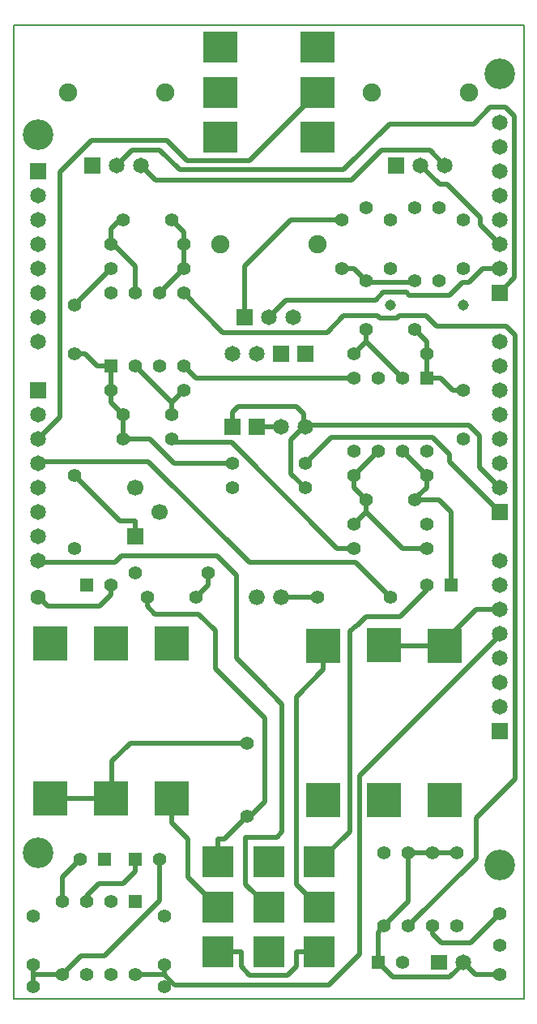
<source format=gbl>
G04 (created by PCBNEW (2013-03-10 BZR 3992)-stable) date 28/04/2014 23:58:44*
%MOIN*%
G04 Gerber Fmt 3.4, Leading zero omitted, Abs format*
%FSLAX34Y34*%
G01*
G70*
G90*
G04 APERTURE LIST*
%ADD10C,9.84252e-007*%
%ADD11C,0.00590551*%
%ADD12R,0.141732X0.129921*%
%ADD13C,0.066*%
%ADD14R,0.14X0.14*%
%ADD15R,0.0669291X0.0669291*%
%ADD16C,0.0669291*%
%ADD17C,0.075*%
%ADD18R,0.065X0.065*%
%ADD19C,0.065*%
%ADD20R,0.13X0.13*%
%ADD21R,0.055X0.055*%
%ADD22C,0.055*%
%ADD23R,0.065X0.06*%
%ADD24C,0.0551181*%
%ADD25C,0.0629921*%
%ADD26C,0.125984*%
%ADD27C,0.045*%
%ADD28C,0.019685*%
G04 APERTURE END LIST*
G54D10*
G54D11*
X12500Y-50000D02*
X12000Y-50000D01*
X12000Y-50000D02*
X12500Y-50000D01*
X12000Y-10000D02*
X12000Y-50000D01*
X33000Y-10000D02*
X12000Y-10000D01*
X33000Y-50000D02*
X33000Y-10000D01*
X12000Y-50000D02*
X33000Y-50000D01*
G54D12*
X24500Y-12750D03*
X24510Y-14605D03*
X24495Y-10885D03*
X20500Y-12750D03*
X20510Y-14605D03*
X20495Y-10885D03*
G54D13*
X23000Y-33500D03*
X22000Y-33500D03*
G54D14*
X18515Y-35410D03*
X15995Y-35395D03*
X13505Y-35410D03*
X16010Y-41770D03*
X18518Y-41767D03*
X13520Y-41767D03*
X29737Y-41837D03*
X27240Y-41840D03*
X24735Y-41840D03*
X27240Y-35480D03*
X24760Y-35483D03*
X29737Y-35490D03*
G54D15*
X17000Y-31000D03*
G54D16*
X18000Y-30000D03*
X17000Y-29000D03*
G54D17*
X18250Y-12750D03*
X14250Y-12750D03*
G54D18*
X15250Y-15750D03*
G54D19*
X16250Y-15750D03*
X17250Y-15750D03*
G54D20*
X20417Y-48078D03*
X24590Y-48078D03*
X22503Y-48078D03*
X22503Y-46228D03*
X24590Y-46228D03*
X20417Y-46228D03*
X20417Y-44377D03*
X24590Y-44377D03*
X22503Y-44377D03*
G54D21*
X15000Y-33000D03*
G54D22*
X16000Y-33000D03*
G54D21*
X16000Y-24000D03*
G54D22*
X17000Y-24000D03*
X18000Y-24000D03*
X19000Y-24000D03*
X19000Y-21000D03*
X18000Y-21000D03*
X17000Y-21000D03*
X16000Y-21000D03*
X19000Y-25000D03*
X16000Y-25000D03*
X29000Y-30500D03*
X26000Y-30500D03*
X26000Y-31500D03*
X29000Y-31500D03*
X26000Y-28500D03*
X29000Y-28500D03*
X28250Y-44000D03*
X28250Y-47000D03*
X29250Y-47000D03*
X29250Y-44000D03*
X30250Y-47000D03*
X30250Y-44000D03*
X14500Y-31500D03*
X14500Y-28500D03*
X28500Y-17500D03*
X28500Y-20500D03*
X21000Y-28000D03*
X24000Y-28000D03*
X21600Y-42500D03*
X21600Y-39500D03*
X21000Y-29000D03*
X24000Y-29000D03*
X29500Y-17500D03*
X29500Y-20500D03*
X26000Y-23500D03*
X29000Y-23500D03*
X19000Y-19000D03*
X16000Y-19000D03*
X26500Y-20500D03*
X26500Y-17500D03*
X16000Y-20000D03*
X19000Y-20000D03*
X20000Y-32500D03*
X17000Y-32500D03*
X27250Y-44000D03*
X27250Y-47000D03*
G54D23*
X29500Y-48500D03*
G54D19*
X30500Y-48500D03*
G54D21*
X29000Y-24500D03*
G54D22*
X28000Y-24500D03*
X27000Y-24500D03*
X26000Y-24500D03*
X26000Y-27500D03*
X27000Y-27500D03*
X28000Y-27500D03*
X29000Y-27500D03*
G54D21*
X17000Y-46000D03*
G54D22*
X16000Y-46000D03*
X15000Y-46000D03*
X14000Y-46000D03*
X14000Y-49000D03*
X15000Y-49000D03*
X16000Y-49000D03*
X17000Y-49000D03*
G54D18*
X22000Y-26500D03*
G54D19*
X22000Y-23500D03*
G54D18*
X23000Y-23500D03*
G54D19*
X23000Y-26500D03*
G54D18*
X24000Y-23500D03*
G54D19*
X24000Y-26500D03*
G54D18*
X21000Y-26500D03*
G54D19*
X21000Y-23500D03*
G54D22*
X17500Y-33500D03*
X19500Y-33500D03*
X14500Y-23500D03*
X14500Y-21500D03*
X25500Y-20000D03*
X25500Y-18000D03*
X30500Y-18000D03*
X30500Y-20000D03*
X18500Y-26000D03*
X16500Y-26000D03*
G54D17*
X24500Y-19000D03*
X20500Y-19000D03*
G54D18*
X21500Y-22000D03*
G54D19*
X22500Y-22000D03*
X23500Y-22000D03*
G54D17*
X30750Y-12750D03*
X26750Y-12750D03*
G54D18*
X27750Y-15750D03*
G54D19*
X28750Y-15750D03*
X29750Y-15750D03*
G54D22*
X26500Y-22500D03*
X28500Y-22500D03*
X18500Y-18000D03*
X16500Y-18000D03*
X27500Y-18000D03*
X27500Y-20000D03*
G54D18*
X13000Y-25000D03*
G54D19*
X13000Y-26000D03*
X13000Y-27000D03*
X13000Y-28000D03*
X13000Y-29000D03*
X13000Y-30000D03*
X13000Y-31000D03*
X13000Y-32000D03*
G54D18*
X13000Y-16000D03*
G54D19*
X13000Y-17000D03*
X13000Y-18000D03*
X13000Y-19000D03*
X13000Y-20000D03*
X13000Y-21000D03*
X13000Y-22000D03*
X13000Y-23000D03*
G54D18*
X32000Y-30000D03*
G54D19*
X32000Y-29000D03*
X32000Y-28000D03*
X32000Y-27000D03*
X32000Y-26000D03*
X32000Y-25000D03*
X32000Y-24000D03*
X32000Y-23000D03*
G54D18*
X32000Y-39000D03*
G54D19*
X32000Y-38000D03*
X32000Y-37000D03*
X32000Y-36000D03*
X32000Y-35000D03*
X32000Y-34000D03*
X32000Y-33000D03*
X32000Y-32000D03*
G54D22*
X27500Y-33500D03*
X24500Y-33500D03*
X12800Y-48600D03*
X12800Y-46600D03*
G54D18*
X32000Y-21000D03*
G54D19*
X32000Y-20000D03*
X32000Y-19000D03*
X32000Y-18000D03*
X32000Y-17000D03*
X32000Y-16000D03*
X32000Y-15000D03*
X32000Y-14000D03*
G54D21*
X15750Y-44250D03*
G54D22*
X14750Y-44250D03*
X18000Y-44250D03*
G54D21*
X17000Y-44250D03*
G54D22*
X18200Y-48600D03*
X18200Y-46600D03*
G54D21*
X27000Y-48500D03*
G54D22*
X28000Y-48500D03*
X30500Y-25000D03*
X30500Y-27000D03*
X26500Y-29500D03*
X28500Y-29500D03*
G54D21*
X30000Y-33000D03*
G54D22*
X29000Y-33000D03*
X16500Y-27000D03*
X18500Y-27000D03*
G54D24*
X32000Y-46500D03*
X32000Y-49000D03*
G54D25*
X13000Y-33500D03*
G54D24*
X18200Y-49500D03*
X12800Y-49500D03*
X32000Y-47800D03*
G54D26*
X13000Y-44000D03*
X13000Y-14500D03*
X32000Y-12000D03*
X32000Y-44500D03*
G54D27*
X30500Y-21500D03*
X27500Y-21500D03*
G54D28*
X29250Y-47000D02*
X29250Y-47335D01*
X30810Y-47690D02*
X32000Y-46500D01*
X29605Y-47690D02*
X30810Y-47690D01*
X29250Y-47335D02*
X29605Y-47690D01*
X17851Y-16351D02*
X17250Y-15750D01*
X25907Y-16351D02*
X17851Y-16351D01*
X27129Y-15129D02*
X25907Y-16351D01*
X29129Y-15129D02*
X27129Y-15129D01*
X29750Y-15750D02*
X29129Y-15129D01*
X18200Y-49000D02*
X17000Y-49000D01*
X18200Y-49000D02*
X18200Y-48600D01*
X18450Y-49250D02*
X18200Y-49000D01*
X18200Y-49500D02*
X18450Y-49250D01*
X32000Y-35072D02*
X32000Y-35000D01*
X26244Y-40828D02*
X32000Y-35072D01*
X26244Y-48155D02*
X26244Y-40828D01*
X24968Y-49431D02*
X26244Y-48155D01*
X18631Y-49431D02*
X24968Y-49431D01*
X18450Y-49250D02*
X18631Y-49431D01*
X14000Y-49000D02*
X12850Y-49000D01*
X12850Y-49000D02*
X12800Y-49050D01*
X12800Y-48600D02*
X12800Y-49050D01*
X12800Y-49050D02*
X12800Y-49500D01*
X18000Y-44250D02*
X18000Y-44820D01*
X18000Y-45969D02*
X18000Y-44820D01*
X15746Y-48222D02*
X18000Y-45969D01*
X14777Y-48222D02*
X15746Y-48222D01*
X14000Y-49000D02*
X14777Y-48222D01*
X19500Y-24500D02*
X19000Y-24000D01*
X26000Y-24500D02*
X19500Y-24500D01*
X32000Y-30000D02*
X29929Y-27929D01*
X29929Y-27929D02*
X29929Y-27617D01*
X29929Y-27617D02*
X29234Y-26922D01*
X29234Y-26922D02*
X25077Y-26922D01*
X25077Y-26922D02*
X24000Y-28000D01*
X22000Y-26500D02*
X23000Y-26500D01*
X21000Y-26500D02*
X21000Y-25900D01*
X23950Y-26450D02*
X24000Y-26500D01*
X23950Y-25950D02*
X23950Y-26450D01*
X23650Y-25650D02*
X23950Y-25950D01*
X21250Y-25650D02*
X23650Y-25650D01*
X21000Y-25900D02*
X21250Y-25650D01*
X23416Y-28416D02*
X24000Y-29000D01*
X23416Y-27022D02*
X23416Y-28416D01*
X23922Y-26516D02*
X23416Y-27022D01*
X23938Y-26500D02*
X24000Y-26500D01*
X23922Y-26516D02*
X23938Y-26500D01*
X31177Y-28177D02*
X32000Y-29000D01*
X31177Y-26848D02*
X31177Y-28177D01*
X30752Y-26424D02*
X31177Y-26848D01*
X24075Y-26424D02*
X30752Y-26424D01*
X24000Y-26500D02*
X24075Y-26424D01*
X29535Y-16535D02*
X28750Y-15750D01*
X29850Y-16535D02*
X29535Y-16535D01*
X31214Y-17899D02*
X29850Y-16535D01*
X31214Y-18214D02*
X31214Y-17899D01*
X32000Y-19000D02*
X31214Y-18214D01*
X16874Y-15125D02*
X16250Y-15750D01*
X18022Y-15125D02*
X16874Y-15125D01*
X18841Y-15943D02*
X18022Y-15125D01*
X25591Y-15943D02*
X18841Y-15943D01*
X27481Y-14053D02*
X25591Y-15943D01*
X30928Y-14053D02*
X27481Y-14053D01*
X31616Y-13366D02*
X30928Y-14053D01*
X32252Y-13366D02*
X31616Y-13366D01*
X32622Y-13736D02*
X32252Y-13366D01*
X32622Y-20377D02*
X32622Y-13736D01*
X32000Y-21000D02*
X32622Y-20377D01*
X23210Y-21289D02*
X22500Y-22000D01*
X26901Y-21289D02*
X23210Y-21289D01*
X27219Y-20971D02*
X26901Y-21289D01*
X28164Y-20971D02*
X27219Y-20971D01*
X28293Y-21100D02*
X28164Y-20971D01*
X29947Y-21100D02*
X28293Y-21100D01*
X30477Y-20570D02*
X29947Y-21100D01*
X30736Y-20570D02*
X30477Y-20570D01*
X31306Y-20000D02*
X30736Y-20570D01*
X32000Y-20000D02*
X31306Y-20000D01*
X21362Y-48669D02*
X21362Y-48078D01*
X21717Y-49024D02*
X21362Y-48669D01*
X23290Y-49024D02*
X21717Y-49024D01*
X23645Y-48669D02*
X23290Y-49024D01*
X23645Y-48078D02*
X23645Y-48669D01*
X24590Y-48078D02*
X23645Y-48078D01*
X20417Y-48078D02*
X21362Y-48078D01*
X21600Y-42500D02*
X21740Y-42500D01*
X22350Y-38475D02*
X20295Y-36420D01*
X22350Y-41890D02*
X22350Y-38475D01*
X21740Y-42500D02*
X22350Y-41890D01*
X17500Y-33500D02*
X17500Y-33865D01*
X17500Y-33865D02*
X17820Y-34185D01*
X17820Y-34185D02*
X19620Y-34185D01*
X19620Y-34185D02*
X20295Y-34860D01*
X20295Y-34860D02*
X20295Y-36420D01*
X20667Y-43432D02*
X20417Y-43432D01*
X21600Y-42500D02*
X20667Y-43432D01*
X20417Y-44377D02*
X20417Y-43432D01*
X29000Y-33000D02*
X29000Y-33200D01*
X25850Y-43117D02*
X24590Y-44377D01*
X25850Y-34899D02*
X25850Y-43117D01*
X26100Y-34650D02*
X25850Y-34899D01*
X26150Y-34650D02*
X26100Y-34650D01*
X26500Y-34300D02*
X26150Y-34650D01*
X27900Y-34300D02*
X26500Y-34300D01*
X28600Y-33600D02*
X27900Y-34300D01*
X29000Y-33200D02*
X28600Y-33600D01*
X16500Y-27000D02*
X17606Y-27000D01*
X17606Y-27000D02*
X18606Y-28000D01*
X18606Y-28000D02*
X21000Y-28000D01*
X16500Y-26000D02*
X16500Y-27000D01*
X16000Y-24000D02*
X16000Y-25000D01*
X16000Y-25500D02*
X16000Y-25000D01*
X16500Y-26000D02*
X16000Y-25500D01*
X14929Y-23500D02*
X15429Y-24000D01*
X14500Y-23500D02*
X14929Y-23500D01*
X16000Y-24000D02*
X15429Y-24000D01*
X19193Y-43437D02*
X18517Y-42762D01*
X19193Y-45004D02*
X19193Y-43437D01*
X20417Y-46228D02*
X19193Y-45004D01*
X18517Y-41767D02*
X18517Y-42762D01*
X23645Y-37593D02*
X24760Y-36478D01*
X23645Y-45282D02*
X23645Y-37593D01*
X24590Y-46228D02*
X23645Y-45282D01*
X24760Y-35482D02*
X24760Y-36478D01*
X13904Y-26095D02*
X13000Y-27000D01*
X13904Y-16026D02*
X13904Y-26095D01*
X15203Y-14727D02*
X13904Y-16026D01*
X18308Y-14727D02*
X15203Y-14727D01*
X19130Y-15550D02*
X18308Y-14727D01*
X21699Y-15550D02*
X19130Y-15550D01*
X24500Y-12750D02*
X21699Y-15550D01*
X26070Y-32070D02*
X27500Y-33500D01*
X21703Y-32070D02*
X26070Y-32070D01*
X17559Y-27926D02*
X21703Y-32070D01*
X13073Y-27926D02*
X17559Y-27926D01*
X13000Y-28000D02*
X13073Y-27926D01*
X21558Y-43349D02*
X22845Y-43349D01*
X23055Y-37882D02*
X22171Y-36999D01*
X23055Y-43140D02*
X23055Y-37882D01*
X22845Y-43349D02*
X23055Y-43140D01*
X16190Y-32080D02*
X16190Y-32080D01*
X21165Y-32585D02*
X21165Y-35992D01*
X20390Y-31810D02*
X21165Y-32585D01*
X16460Y-31810D02*
X20390Y-31810D01*
X16190Y-32080D02*
X16460Y-31810D01*
X21558Y-45282D02*
X22503Y-46228D01*
X21558Y-43349D02*
X21558Y-45282D01*
X21165Y-35992D02*
X22171Y-36999D01*
X13080Y-32080D02*
X16190Y-32080D01*
X13000Y-32000D02*
X13080Y-32080D01*
X25500Y-18000D02*
X23410Y-18000D01*
X21515Y-21985D02*
X21500Y-22000D01*
X21515Y-19895D02*
X21515Y-21985D01*
X23410Y-18000D02*
X21515Y-19895D01*
X21600Y-39500D02*
X16800Y-39500D01*
X16060Y-41720D02*
X16010Y-41770D01*
X16060Y-40240D02*
X16060Y-41720D01*
X16800Y-39500D02*
X16060Y-40240D01*
X15000Y-46000D02*
X15000Y-45750D01*
X17000Y-44750D02*
X17000Y-44250D01*
X16500Y-45250D02*
X17000Y-44750D01*
X15500Y-45250D02*
X16500Y-45250D01*
X15000Y-45750D02*
X15500Y-45250D01*
X13520Y-41767D02*
X16007Y-41767D01*
X16007Y-41767D02*
X16010Y-41770D01*
X13000Y-33500D02*
X13050Y-33500D01*
X16000Y-33400D02*
X16000Y-33000D01*
X15550Y-33850D02*
X16000Y-33400D01*
X13400Y-33850D02*
X15550Y-33850D01*
X13050Y-33500D02*
X13400Y-33850D01*
X29737Y-35490D02*
X27250Y-35490D01*
X27250Y-35490D02*
X27240Y-35480D01*
X32000Y-34000D02*
X31050Y-34000D01*
X29737Y-35313D02*
X29737Y-35490D01*
X31050Y-34000D02*
X29737Y-35313D01*
X24500Y-33500D02*
X23000Y-33500D01*
X26000Y-20000D02*
X26500Y-20500D01*
X25500Y-20000D02*
X26000Y-20000D01*
X28426Y-20573D02*
X28500Y-20500D01*
X26573Y-20573D02*
X28426Y-20573D01*
X26500Y-20500D02*
X26573Y-20573D01*
X26000Y-29000D02*
X26000Y-28500D01*
X26500Y-29500D02*
X26000Y-29000D01*
X26000Y-28500D02*
X27000Y-27500D01*
X26500Y-30000D02*
X26000Y-30500D01*
X28000Y-31500D02*
X26500Y-30000D01*
X29000Y-31500D02*
X28000Y-31500D01*
X26500Y-30000D02*
X26500Y-29500D01*
X14000Y-45000D02*
X14750Y-44250D01*
X14000Y-46000D02*
X14000Y-45000D01*
X20620Y-22620D02*
X19000Y-21000D01*
X24900Y-22620D02*
X20620Y-22620D01*
X25591Y-21929D02*
X24900Y-22620D01*
X26977Y-21929D02*
X25591Y-21929D01*
X27072Y-22024D02*
X26977Y-21929D01*
X27782Y-22024D02*
X27072Y-22024D01*
X27883Y-21923D02*
X27782Y-22024D01*
X28971Y-21923D02*
X27883Y-21923D01*
X29425Y-22377D02*
X28971Y-21923D01*
X32278Y-22377D02*
X29425Y-22377D01*
X32636Y-22735D02*
X32278Y-22377D01*
X32636Y-40962D02*
X32636Y-22735D01*
X31031Y-42568D02*
X32636Y-40962D01*
X31031Y-44218D02*
X31031Y-42568D01*
X28250Y-47000D02*
X31031Y-44218D01*
X25326Y-31500D02*
X26000Y-31500D01*
X20962Y-27135D02*
X25326Y-31500D01*
X18635Y-27135D02*
X20962Y-27135D01*
X18500Y-27000D02*
X18635Y-27135D01*
X16000Y-19000D02*
X16095Y-19000D01*
X17000Y-19905D02*
X17000Y-21000D01*
X16095Y-19000D02*
X17000Y-19905D01*
X16500Y-18000D02*
X16365Y-18000D01*
X16000Y-18365D02*
X16000Y-19000D01*
X16365Y-18000D02*
X16000Y-18365D01*
X19000Y-19000D02*
X19000Y-20000D01*
X19000Y-18500D02*
X19000Y-19000D01*
X18500Y-18000D02*
X19000Y-18500D01*
X19000Y-20000D02*
X18000Y-21000D01*
X14500Y-21500D02*
X16000Y-20000D01*
X27250Y-47000D02*
X27000Y-47250D01*
X27000Y-47250D02*
X27000Y-48500D01*
X27596Y-49096D02*
X27000Y-48500D01*
X30528Y-48528D02*
X29959Y-49096D01*
X29959Y-49096D02*
X27596Y-49096D01*
X30528Y-48528D02*
X30500Y-48500D01*
X31000Y-49000D02*
X30528Y-48528D01*
X32000Y-49000D02*
X31000Y-49000D01*
X30250Y-44000D02*
X29250Y-44000D01*
X29250Y-44000D02*
X28250Y-44000D01*
X28250Y-46000D02*
X27250Y-47000D01*
X28250Y-44000D02*
X28250Y-46000D01*
X20000Y-33000D02*
X20000Y-32500D01*
X19500Y-33500D02*
X20000Y-33000D01*
X26500Y-23000D02*
X28000Y-24500D01*
X26500Y-22500D02*
X26500Y-23000D01*
X26500Y-23000D02*
X26000Y-23500D01*
X18500Y-25500D02*
X19000Y-25000D01*
X18500Y-26000D02*
X18500Y-25500D01*
X18500Y-25500D02*
X17000Y-24000D01*
X16369Y-30369D02*
X17000Y-30369D01*
X14500Y-28500D02*
X16369Y-30369D01*
X17000Y-31000D02*
X17000Y-30369D01*
X29000Y-24500D02*
X29000Y-23500D01*
X30070Y-25000D02*
X29570Y-24500D01*
X30500Y-25000D02*
X30070Y-25000D01*
X29000Y-24500D02*
X29570Y-24500D01*
X29000Y-23000D02*
X29000Y-23500D01*
X28500Y-22500D02*
X29000Y-23000D01*
X28500Y-29500D02*
X29500Y-29500D01*
X30000Y-30000D02*
X30000Y-33000D01*
X29500Y-29500D02*
X30000Y-30000D01*
X29000Y-28500D02*
X28000Y-27500D01*
X29000Y-29000D02*
X28656Y-29343D01*
X29000Y-28500D02*
X29000Y-29000D01*
X28656Y-29343D02*
X28500Y-29500D01*
M02*

</source>
